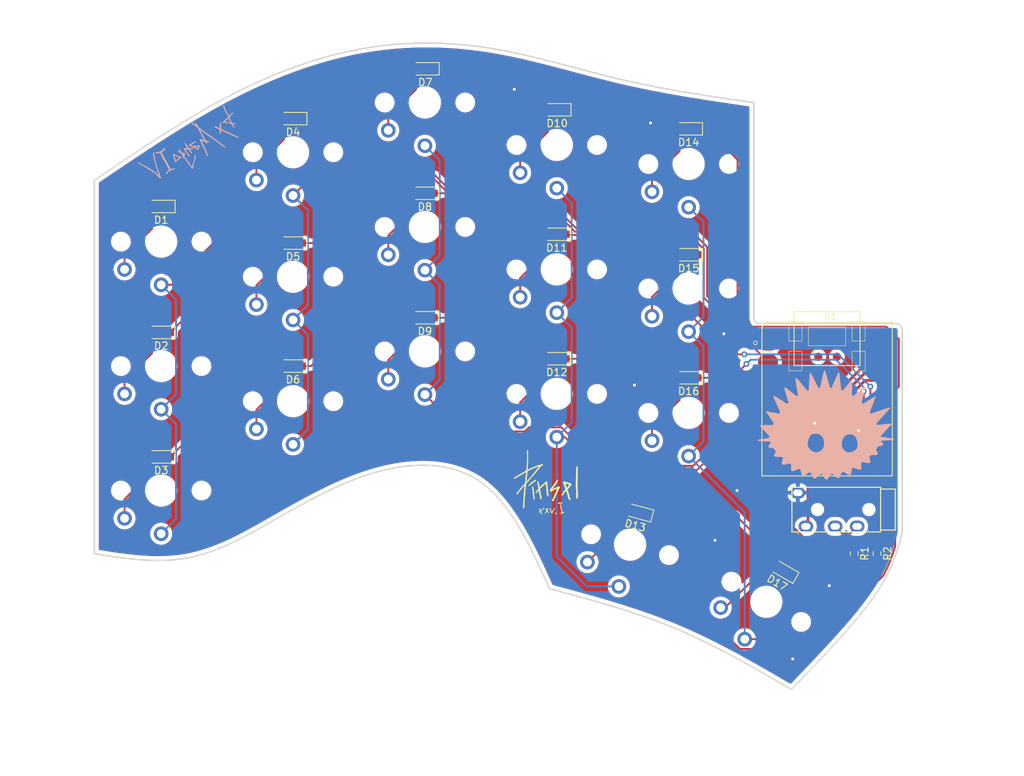
<source format=kicad_pcb>
(kicad_pcb (version 20171130) (host pcbnew 5.1.9)
  (layers (0 F.Cu signal) (31 B.Cu signal) (34 B.Paste user) (35 F.Paste user) (36 B.SilkS user) (37 F.SilkS user) (38 B.Mask user) (39 F.Mask user) (44 Edge.Cuts user))
  (net 0 "")
  (net 1 "Net-(D1-Pad2)")
  (net 2 row0)
  (net 3 "Net-(D2-Pad2)")
  (net 4 row1)
  (net 5 "Net-(D3-Pad2)")
  (net 6 row2)
  (net 7 "Net-(D4-Pad2)")
  (net 8 "Net-(D5-Pad2)")
  (net 9 "Net-(D6-Pad2)")
  (net 10 "Net-(D7-Pad2)")
  (net 11 "Net-(D8-Pad2)")
  (net 12 "Net-(D9-Pad2)")
  (net 13 "Net-(D10-Pad2)")
  (net 14 "Net-(D11-Pad2)")
  (net 15 "Net-(D12-Pad2)")
  (net 16 "Net-(D13-Pad2)")
  (net 17 row3)
  (net 18 "Net-(D14-Pad2)")
  (net 19 "Net-(D15-Pad2)")
  (net 20 "Net-(D16-Pad2)")
  (net 21 "Net-(D17-Pad2)")
  (net 22 sda)
  (net 23 scl)
  (net 24 +5V)
  (net 25 GND)
  (net 26 col0)
  (net 27 col1)
  (net 28 col2)
  (net 29 col3)
  (net 30 col4)
  (net 31 +3V3)
  (net 32 "Net-(U1-Pad20)")
  (net 33 "Net-(U1-Pad19)")
  (net 34 "Net-(U1-Pad18)")
  (net 35 "Net-(U1-Pad17)")
  (net 36 "Net-(U1-Pad16)")
  (net 37 "Net-(U1-Pad15)")
  (module graphics:mangoiv (layer B.Cu) (at 102.6 56.88 300)
    (fp_text reference G*** hide)
    (fp_text value LOGO hide)
  )
  (module graphics:logo (layer F.Cu) (at 152.85 105.25 270)
    (fp_text reference G*** hide)
    (fp_text value LOGO hide)
  )
  (module graphics:corro_head (layer B.Cu) (at 186.15 92.65 180)
    (fp_text reference G*** hide)
    (fp_text value LOGO hide)
  )
  (module graphics:corro_eyes (layer B.Cu) (at 188 97.65)
    (fp_text reference G*** hide)
    (fp_text value LOGO hide)
  )
  (module "Seeeduino XIAO KICAD:Seeeduino XIAO-MOUDLE14P-2.54-21X17.8MM" (layer F.Cu) (at 177.4 99.6)
    (fp_text reference U1 (at 9.3345 -21.7805) (layer F.SilkS) (effects (font (size 0.889 0.889) (thickness 0.1016))))
    (fp_text value SeeeduinoXIAO (at 8.89 -10.795) (layer F.SilkS) (effects (font (size 0.6096 0.6096) (thickness 0.0762))))
    (pad 20 smd circle (at 10.238803 -16.264187 90) (size 1.143 1.143) (layers F.Cu F.Paste F.Mask) (net 32 "Net-(U1-Pad20)"))
    (pad 19 smd circle (at 7.698803 -16.264187 90) (size 1.143 1.143) (layers F.Cu F.Paste F.Mask) (net 33 "Net-(U1-Pad19)"))
    (pad 18 smd circle (at 10.238803 -18.804187 90) (size 1.143 1.143) (layers F.Cu F.Paste F.Mask) (net 34 "Net-(U1-Pad18)"))
    (pad 17 smd circle (at 7.698803 -18.804187 90) (size 1.143 1.143) (layers F.Cu F.Paste F.Mask) (net 35 "Net-(U1-Pad17)"))
    (pad 16 smd oval (at 10.25 -1.8 90) (size 2.032 1.016) (layers F.Cu F.Paste F.Mask) (net 36 "Net-(U1-Pad16)"))
    (pad 15 smd oval (at 7.7 -1.8 90) (size 2.032 1.016) (layers F.Cu F.Paste F.Mask) (net 37 "Net-(U1-Pad15)"))
    (pad 1 smd oval (at 0.83312 -18.11782) (size 2.74828 1.99898) (layers F.Cu F.Paste F.Mask) (net 26 col0))
    (pad 2 smd oval (at 0.83312 -15.57782) (size 2.74828 1.99898) (layers F.Cu F.Paste F.Mask) (net 27 col1))
    (pad 3 smd oval (at 0.83312 -13.03782) (size 2.74828 1.99898) (layers F.Cu F.Paste F.Mask) (net 28 col2))
    (pad 4 smd oval (at 0.83312 -10.49782) (size 2.74828 1.99898) (layers F.Cu F.Paste F.Mask) (net 29 col3))
    (pad 5 smd oval (at 0.83312 -7.95782) (size 2.74828 1.99898) (layers F.Cu F.Paste F.Mask) (net 22 sda))
    (pad 6 smd oval (at 0.83312 -5.41782) (size 2.74828 1.99898) (layers F.Cu F.Paste F.Mask) (net 23 scl))
    (pad 7 smd oval (at 0.83312 -2.87782) (size 2.74828 1.99898) (layers F.Cu F.Paste F.Mask) (net 30 col4))
    (pad 8 smd oval (at 16.99768 -2.87782) (size 2.74828 1.99898) (layers F.Cu F.Paste F.Mask) (net 17 row3))
    (pad 9 smd oval (at 16.99768 -5.41782) (size 2.74828 1.99898) (layers F.Cu F.Paste F.Mask) (net 6 row2))
    (pad 10 smd oval (at 16.99768 -7.95782) (size 2.74828 1.99898) (layers F.Cu F.Paste F.Mask) (net 4 row1))
    (pad 11 smd oval (at 16.99768 -10.49782) (size 2.74828 1.99898) (layers F.Cu F.Paste F.Mask) (net 2 row0))
    (pad 12 smd oval (at 16.99768 -13.03782) (size 2.74828 1.99898) (layers F.Cu F.Paste F.Mask) (net 31 +3V3))
    (pad 13 smd oval (at 16.99768 -15.57782) (size 2.74828 1.99898) (layers F.Cu F.Paste F.Mask) (net 25 GND))
    (pad 14 smd oval (at 16.99768 -18.11782) (size 2.74828 1.99898) (layers F.Cu F.Paste F.Mask) (net 24 +5V))
  )
  (module Resistor_SMD:R_0603_1608Metric_Pad0.98x0.95mm_HandSolder (layer F.Cu) (at 193.12 110.2 270)
    (fp_text reference R2 (at 0 -1.43 90) (layer F.SilkS))
    (fp_text value 4.7k)
    (pad 2 smd roundrect (at 0.9125 0 270) (size 0.975 0.95) (layers F.Cu F.Paste F.Mask) (net 23 scl))
    (pad 1 smd roundrect (at -0.9125 0 270) (size 0.975 0.95) (layers F.Cu F.Paste F.Mask) (net 31 +3V3))
  )
  (module Resistor_SMD:R_0603_1608Metric_Pad0.98x0.95mm_HandSolder (layer F.Cu) (at 190 110.2 270)
    (fp_text reference R1 (at 0 -1.43 90) (layer F.SilkS))
    (fp_text value 4.7k)
    (pad 2 smd roundrect (at 0.9125 0 270) (size 0.975 0.95) (layers F.Cu F.Paste F.Mask) (net 22 sda))
    (pad 1 smd roundrect (at -0.9125 0 270) (size 0.975 0.95) (layers F.Cu F.Paste F.Mask) (net 31 +3V3))
  )
  (module mbk:Choc-1u-solder (layer F.Cu) (at 178 116.8 330)
    (fp_text reference MX17)
    (fp_text value MX-NoLED hide)
    (pad 1 thru_hole circle (at 0 5.9 150) (size 2 2) (drill 1.2) (layers *.Cu *.Mask) (net 30 col4))
    (pad 2 thru_hole circle (at -5 3.8 11.9) (size 2 2) (drill 1.2) (layers *.Cu *.Mask) (net 21 "Net-(D17-Pad2)"))
    (pad "" np_thru_hole circle (at -5.5 0 150) (size 1.7 1.7) (drill 1.7) (layers *.Cu *.Mask))
    (pad "" np_thru_hole circle (at 5.5 0 150) (size 1.7 1.7) (drill 1.7) (layers *.Cu *.Mask))
    (pad "" np_thru_hole circle (at 0 0 60) (size 3.4 3.4) (drill 3.4) (layers *.Cu *.Mask))
  )
  (module mbk:Choc-1u-solder (layer F.Cu) (at 167.4 91)
    (fp_text reference MX16)
    (fp_text value MX-NoLED hide)
    (pad 1 thru_hole circle (at 0 5.9 180) (size 2 2) (drill 1.2) (layers *.Cu *.Mask) (net 30 col4))
    (pad 2 thru_hole circle (at -5 3.8 41.9) (size 2 2) (drill 1.2) (layers *.Cu *.Mask) (net 20 "Net-(D16-Pad2)"))
    (pad "" np_thru_hole circle (at -5.5 0 180) (size 1.7 1.7) (drill 1.7) (layers *.Cu *.Mask))
    (pad "" np_thru_hole circle (at 5.5 0 180) (size 1.7 1.7) (drill 1.7) (layers *.Cu *.Mask))
    (pad "" np_thru_hole circle (at 0 0 90) (size 3.4 3.4) (drill 3.4) (layers *.Cu *.Mask))
  )
  (module mbk:Choc-1u-solder (layer F.Cu) (at 167.4 74)
    (fp_text reference MX15)
    (fp_text value MX-NoLED hide)
    (pad 1 thru_hole circle (at 0 5.9 180) (size 2 2) (drill 1.2) (layers *.Cu *.Mask) (net 30 col4))
    (pad 2 thru_hole circle (at -5 3.8 41.9) (size 2 2) (drill 1.2) (layers *.Cu *.Mask) (net 19 "Net-(D15-Pad2)"))
    (pad "" np_thru_hole circle (at -5.5 0 180) (size 1.7 1.7) (drill 1.7) (layers *.Cu *.Mask))
    (pad "" np_thru_hole circle (at 5.5 0 180) (size 1.7 1.7) (drill 1.7) (layers *.Cu *.Mask))
    (pad "" np_thru_hole circle (at 0 0 90) (size 3.4 3.4) (drill 3.4) (layers *.Cu *.Mask))
  )
  (module mbk:Choc-1u-solder (layer F.Cu) (at 167.4 57)
    (fp_text reference MX14)
    (fp_text value MX-NoLED hide)
    (pad 1 thru_hole circle (at 0 5.9 180) (size 2 2) (drill 1.2) (layers *.Cu *.Mask) (net 30 col4))
    (pad 2 thru_hole circle (at -5 3.8 41.9) (size 2 2) (drill 1.2) (layers *.Cu *.Mask) (net 18 "Net-(D14-Pad2)"))
    (pad "" np_thru_hole circle (at -5.5 0 180) (size 1.7 1.7) (drill 1.7) (layers *.Cu *.Mask))
    (pad "" np_thru_hole circle (at 5.5 0 180) (size 1.7 1.7) (drill 1.7) (layers *.Cu *.Mask))
    (pad "" np_thru_hole circle (at 0 0 90) (size 3.4 3.4) (drill 3.4) (layers *.Cu *.Mask))
  )
  (module mbk:Choc-1u-solder (layer F.Cu) (at 159.4 109 345)
    (fp_text reference MX13)
    (fp_text value MX-NoLED hide)
    (pad 1 thru_hole circle (at 0 5.9 165) (size 2 2) (drill 1.2) (layers *.Cu *.Mask) (net 29 col3))
    (pad 2 thru_hole circle (at -5 3.8 26.9) (size 2 2) (drill 1.2) (layers *.Cu *.Mask) (net 16 "Net-(D13-Pad2)"))
    (pad "" np_thru_hole circle (at -5.5 0 165) (size 1.7 1.7) (drill 1.7) (layers *.Cu *.Mask))
    (pad "" np_thru_hole circle (at 5.5 0 165) (size 1.7 1.7) (drill 1.7) (layers *.Cu *.Mask))
    (pad "" np_thru_hole circle (at 0 0 75) (size 3.4 3.4) (drill 3.4) (layers *.Cu *.Mask))
  )
  (module mbk:Choc-1u-solder (layer F.Cu) (at 149.4 88.4)
    (fp_text reference MX12)
    (fp_text value MX-NoLED hide)
    (pad 1 thru_hole circle (at 0 5.9 180) (size 2 2) (drill 1.2) (layers *.Cu *.Mask) (net 29 col3))
    (pad 2 thru_hole circle (at -5 3.8 41.9) (size 2 2) (drill 1.2) (layers *.Cu *.Mask) (net 15 "Net-(D12-Pad2)"))
    (pad "" np_thru_hole circle (at -5.5 0 180) (size 1.7 1.7) (drill 1.7) (layers *.Cu *.Mask))
    (pad "" np_thru_hole circle (at 5.5 0 180) (size 1.7 1.7) (drill 1.7) (layers *.Cu *.Mask))
    (pad "" np_thru_hole circle (at 0 0 90) (size 3.4 3.4) (drill 3.4) (layers *.Cu *.Mask))
  )
  (module mbk:Choc-1u-solder (layer F.Cu) (at 149.4 71.4)
    (fp_text reference MX11)
    (fp_text value MX-NoLED hide)
    (pad 1 thru_hole circle (at 0 5.9 180) (size 2 2) (drill 1.2) (layers *.Cu *.Mask) (net 29 col3))
    (pad 2 thru_hole circle (at -5 3.8 41.9) (size 2 2) (drill 1.2) (layers *.Cu *.Mask) (net 14 "Net-(D11-Pad2)"))
    (pad "" np_thru_hole circle (at -5.5 0 180) (size 1.7 1.7) (drill 1.7) (layers *.Cu *.Mask))
    (pad "" np_thru_hole circle (at 5.5 0 180) (size 1.7 1.7) (drill 1.7) (layers *.Cu *.Mask))
    (pad "" np_thru_hole circle (at 0 0 90) (size 3.4 3.4) (drill 3.4) (layers *.Cu *.Mask))
  )
  (module mbk:Choc-1u-solder (layer F.Cu) (at 149.4 54.4)
    (fp_text reference MX10)
    (fp_text value MX-NoLED hide)
    (pad 1 thru_hole circle (at 0 5.9 180) (size 2 2) (drill 1.2) (layers *.Cu *.Mask) (net 29 col3))
    (pad 2 thru_hole circle (at -5 3.8 41.9) (size 2 2) (drill 1.2) (layers *.Cu *.Mask) (net 13 "Net-(D10-Pad2)"))
    (pad "" np_thru_hole circle (at -5.5 0 180) (size 1.7 1.7) (drill 1.7) (layers *.Cu *.Mask))
    (pad "" np_thru_hole circle (at 5.5 0 180) (size 1.7 1.7) (drill 1.7) (layers *.Cu *.Mask))
    (pad "" np_thru_hole circle (at 0 0 90) (size 3.4 3.4) (drill 3.4) (layers *.Cu *.Mask))
  )
  (module mbk:Choc-1u-solder (layer F.Cu) (at 131.4 82.6)
    (fp_text reference MX9)
    (fp_text value MX-NoLED hide)
    (pad 1 thru_hole circle (at 0 5.9 180) (size 2 2) (drill 1.2) (layers *.Cu *.Mask) (net 28 col2))
    (pad 2 thru_hole circle (at -5 3.8 41.9) (size 2 2) (drill 1.2) (layers *.Cu *.Mask) (net 12 "Net-(D9-Pad2)"))
    (pad "" np_thru_hole circle (at -5.5 0 180) (size 1.7 1.7) (drill 1.7) (layers *.Cu *.Mask))
    (pad "" np_thru_hole circle (at 5.5 0 180) (size 1.7 1.7) (drill 1.7) (layers *.Cu *.Mask))
    (pad "" np_thru_hole circle (at 0 0 90) (size 3.4 3.4) (drill 3.4) (layers *.Cu *.Mask))
  )
  (module mbk:Choc-1u-solder (layer F.Cu) (at 131.4 65.6)
    (fp_text reference MX8)
    (fp_text value MX-NoLED hide)
    (pad 1 thru_hole circle (at 0 5.9 180) (size 2 2) (drill 1.2) (layers *.Cu *.Mask) (net 28 col2))
    (pad 2 thru_hole circle (at -5 3.8 41.9) (size 2 2) (drill 1.2) (layers *.Cu *.Mask) (net 11 "Net-(D8-Pad2)"))
    (pad "" np_thru_hole circle (at -5.5 0 180) (size 1.7 1.7) (drill 1.7) (layers *.Cu *.Mask))
    (pad "" np_thru_hole circle (at 5.5 0 180) (size 1.7 1.7) (drill 1.7) (layers *.Cu *.Mask))
    (pad "" np_thru_hole circle (at 0 0 90) (size 3.4 3.4) (drill 3.4) (layers *.Cu *.Mask))
  )
  (module mbk:Choc-1u-solder (layer F.Cu) (at 131.4 48.6)
    (fp_text reference MX7)
    (fp_text value MX-NoLED hide)
    (pad 1 thru_hole circle (at 0 5.9 180) (size 2 2) (drill 1.2) (layers *.Cu *.Mask) (net 28 col2))
    (pad 2 thru_hole circle (at -5 3.8 41.9) (size 2 2) (drill 1.2) (layers *.Cu *.Mask) (net 10 "Net-(D7-Pad2)"))
    (pad "" np_thru_hole circle (at -5.5 0 180) (size 1.7 1.7) (drill 1.7) (layers *.Cu *.Mask))
    (pad "" np_thru_hole circle (at 5.5 0 180) (size 1.7 1.7) (drill 1.7) (layers *.Cu *.Mask))
    (pad "" np_thru_hole circle (at 0 0 90) (size 3.4 3.4) (drill 3.4) (layers *.Cu *.Mask))
  )
  (module mbk:Choc-1u-solder (layer F.Cu) (at 113.4 89.4)
    (fp_text reference MX6)
    (fp_text value MX-NoLED hide)
    (pad 1 thru_hole circle (at 0 5.9 180) (size 2 2) (drill 1.2) (layers *.Cu *.Mask) (net 27 col1))
    (pad 2 thru_hole circle (at -5 3.8 41.9) (size 2 2) (drill 1.2) (layers *.Cu *.Mask) (net 9 "Net-(D6-Pad2)"))
    (pad "" np_thru_hole circle (at -5.5 0 180) (size 1.7 1.7) (drill 1.7) (layers *.Cu *.Mask))
    (pad "" np_thru_hole circle (at 5.5 0 180) (size 1.7 1.7) (drill 1.7) (layers *.Cu *.Mask))
    (pad "" np_thru_hole circle (at 0 0 90) (size 3.4 3.4) (drill 3.4) (layers *.Cu *.Mask))
  )
  (module mbk:Choc-1u-solder (layer F.Cu) (at 113.4 72.4)
    (fp_text reference MX5)
    (fp_text value MX-NoLED hide)
    (pad 1 thru_hole circle (at 0 5.9 180) (size 2 2) (drill 1.2) (layers *.Cu *.Mask) (net 27 col1))
    (pad 2 thru_hole circle (at -5 3.8 41.9) (size 2 2) (drill 1.2) (layers *.Cu *.Mask) (net 8 "Net-(D5-Pad2)"))
    (pad "" np_thru_hole circle (at -5.5 0 180) (size 1.7 1.7) (drill 1.7) (layers *.Cu *.Mask))
    (pad "" np_thru_hole circle (at 5.5 0 180) (size 1.7 1.7) (drill 1.7) (layers *.Cu *.Mask))
    (pad "" np_thru_hole circle (at 0 0 90) (size 3.4 3.4) (drill 3.4) (layers *.Cu *.Mask))
  )
  (module mbk:Choc-1u-solder (layer F.Cu) (at 113.4 55.4)
    (fp_text reference MX4)
    (fp_text value MX-NoLED hide)
    (pad 1 thru_hole circle (at 0 5.9 180) (size 2 2) (drill 1.2) (layers *.Cu *.Mask) (net 27 col1))
    (pad 2 thru_hole circle (at -5 3.8 41.9) (size 2 2) (drill 1.2) (layers *.Cu *.Mask) (net 7 "Net-(D4-Pad2)"))
    (pad "" np_thru_hole circle (at -5.5 0 180) (size 1.7 1.7) (drill 1.7) (layers *.Cu *.Mask))
    (pad "" np_thru_hole circle (at 5.5 0 180) (size 1.7 1.7) (drill 1.7) (layers *.Cu *.Mask))
    (pad "" np_thru_hole circle (at 0 0 90) (size 3.4 3.4) (drill 3.4) (layers *.Cu *.Mask))
  )
  (module mbk:Choc-1u-solder (layer F.Cu) (at 95.4 101.6)
    (fp_text reference MX3)
    (fp_text value MX-NoLED hide)
    (pad 1 thru_hole circle (at 0 5.9 180) (size 2 2) (drill 1.2) (layers *.Cu *.Mask) (net 26 col0))
    (pad 2 thru_hole circle (at -5 3.8 41.9) (size 2 2) (drill 1.2) (layers *.Cu *.Mask) (net 5 "Net-(D3-Pad2)"))
    (pad "" np_thru_hole circle (at -5.5 0 180) (size 1.7 1.7) (drill 1.7) (layers *.Cu *.Mask))
    (pad "" np_thru_hole circle (at 5.5 0 180) (size 1.7 1.7) (drill 1.7) (layers *.Cu *.Mask))
    (pad "" np_thru_hole circle (at 0 0 90) (size 3.4 3.4) (drill 3.4) (layers *.Cu *.Mask))
  )
  (module mbk:Choc-1u-solder (layer F.Cu) (at 95.4 84.6)
    (fp_text reference MX2)
    (fp_text value MX-NoLED hide)
    (pad 1 thru_hole circle (at 0 5.9 180) (size 2 2) (drill 1.2) (layers *.Cu *.Mask) (net 26 col0))
    (pad 2 thru_hole circle (at -5 3.8 41.9) (size 2 2) (drill 1.2) (layers *.Cu *.Mask) (net 3 "Net-(D2-Pad2)"))
    (pad "" np_thru_hole circle (at -5.5 0 180) (size 1.7 1.7) (drill 1.7) (layers *.Cu *.Mask))
    (pad "" np_thru_hole circle (at 5.5 0 180) (size 1.7 1.7) (drill 1.7) (layers *.Cu *.Mask))
    (pad "" np_thru_hole circle (at 0 0 90) (size 3.4 3.4) (drill 3.4) (layers *.Cu *.Mask))
  )
  (module mbk:Choc-1u-solder (layer F.Cu) (at 95.4 67.6)
    (fp_text reference MX1)
    (fp_text value MX-NoLED hide)
    (pad 1 thru_hole circle (at 0 5.9 180) (size 2 2) (drill 1.2) (layers *.Cu *.Mask) (net 26 col0))
    (pad 2 thru_hole circle (at -5 3.8 41.9) (size 2 2) (drill 1.2) (layers *.Cu *.Mask) (net 1 "Net-(D1-Pad2)"))
    (pad "" np_thru_hole circle (at -5.5 0 180) (size 1.7 1.7) (drill 1.7) (layers *.Cu *.Mask))
    (pad "" np_thru_hole circle (at 5.5 0 180) (size 1.7 1.7) (drill 1.7) (layers *.Cu *.Mask))
    (pad "" np_thru_hole circle (at 0 0 90) (size 3.4 3.4) (drill 3.4) (layers *.Cu *.Mask))
  )
  (module Keebio-Parts:TRRS-PJ-320A (layer F.Cu) (at 193.6 104.2 270)
    (fp_text reference J1)
    (fp_text value Conn_01x04)
    (pad 3 thru_hole oval (at 2.3 6.2 270) (size 1.6 2) (drill oval 0.9 1.3) (layers *.Cu *.Mask) (net 22 sda))
    (pad "" np_thru_hole circle (at 0 1.6 270) (size 0.8 0.8) (drill 0.8) (layers *.Cu *.Mask))
    (pad "" np_thru_hole circle (at 0 8.6 270) (size 0.8 0.8) (drill 0.8) (layers *.Cu *.Mask))
    (pad 4 thru_hole oval (at 2.3 3.2 270) (size 1.6 2) (drill oval 0.9 1.3) (layers *.Cu *.Mask) (net 23 scl))
    (pad 2 thru_hole oval (at 2.3 10.2 270) (size 1.6 2) (drill oval 0.9 1.3) (layers *.Cu *.Mask) (net 24 +5V))
    (pad 1 thru_hole oval (at -2.3 11.3 270) (size 1.6 2) (drill oval 0.9 1.3) (layers *.Cu *.Mask) (net 25 GND))
  )
  (module Diode_SMD:D_SOD-323_HandSoldering (layer F.Cu) (at 180.4 112.6 150)
    (fp_text reference D17 (at 0 -1.85 150) (layer F.SilkS))
    (fp_text value D_Small)
    (pad 2 smd rect (at 1.25 0 150) (size 1 1) (layers F.Cu F.Paste F.Mask) (net 21 "Net-(D17-Pad2)"))
    (pad 1 smd rect (at -1.25 0 150) (size 1 1) (layers F.Cu F.Paste F.Mask) (net 17 row3))
  )
  (module Diode_SMD:D_SOD-323_HandSoldering (layer F.Cu) (at 167.4 86.2 180)
    (fp_text reference D16 (at 0 -1.85) (layer F.SilkS))
    (fp_text value D_Small)
    (pad 2 smd rect (at 1.25 0 180) (size 1 1) (layers F.Cu F.Paste F.Mask) (net 20 "Net-(D16-Pad2)"))
    (pad 1 smd rect (at -1.25 0 180) (size 1 1) (layers F.Cu F.Paste F.Mask) (net 6 row2))
  )
  (module Diode_SMD:D_SOD-323_HandSoldering (layer F.Cu) (at 167.4 69.4 180)
    (fp_text reference D15 (at 0 -1.85) (layer F.SilkS))
    (fp_text value D_Small)
    (pad 2 smd rect (at 1.25 0 180) (size 1 1) (layers F.Cu F.Paste F.Mask) (net 19 "Net-(D15-Pad2)"))
    (pad 1 smd rect (at -1.25 0 180) (size 1 1) (layers F.Cu F.Paste F.Mask) (net 4 row1))
  )
  (module Diode_SMD:D_SOD-323_HandSoldering (layer F.Cu) (at 167.4 52.2 180)
    (fp_text reference D14 (at 0 -1.85) (layer F.SilkS))
    (fp_text value D_Small)
    (pad 2 smd rect (at 1.25 0 180) (size 1 1) (layers F.Cu F.Paste F.Mask) (net 18 "Net-(D14-Pad2)"))
    (pad 1 smd rect (at -1.25 0 180) (size 1 1) (layers F.Cu F.Paste F.Mask) (net 2 row0))
  )
  (module Diode_SMD:D_SOD-323_HandSoldering (layer F.Cu) (at 160.6 104.6 165)
    (fp_text reference D13 (at 0 -1.85 165) (layer F.SilkS))
    (fp_text value D_Small)
    (pad 2 smd rect (at 1.25 0 165) (size 1 1) (layers F.Cu F.Paste F.Mask) (net 16 "Net-(D13-Pad2)"))
    (pad 1 smd rect (at -1.25 0 165) (size 1 1) (layers F.Cu F.Paste F.Mask) (net 17 row3))
  )
  (module Diode_SMD:D_SOD-323_HandSoldering (layer F.Cu) (at 149.4 83.6 180)
    (fp_text reference D12 (at 0 -1.85) (layer F.SilkS))
    (fp_text value D_Small)
    (pad 2 smd rect (at 1.25 0 180) (size 1 1) (layers F.Cu F.Paste F.Mask) (net 15 "Net-(D12-Pad2)"))
    (pad 1 smd rect (at -1.25 0 180) (size 1 1) (layers F.Cu F.Paste F.Mask) (net 6 row2))
  )
  (module Diode_SMD:D_SOD-323_HandSoldering (layer F.Cu) (at 149.4 66.6 180)
    (fp_text reference D11 (at 0 -1.85) (layer F.SilkS))
    (fp_text value D_Small)
    (pad 2 smd rect (at 1.25 0 180) (size 1 1) (layers F.Cu F.Paste F.Mask) (net 14 "Net-(D11-Pad2)"))
    (pad 1 smd rect (at -1.25 0 180) (size 1 1) (layers F.Cu F.Paste F.Mask) (net 4 row1))
  )
  (module Diode_SMD:D_SOD-323_HandSoldering (layer F.Cu) (at 149.45 49.6 180)
    (fp_text reference D10 (at 0 -1.85) (layer F.SilkS))
    (fp_text value D_Small)
    (pad 2 smd rect (at 1.25 0 180) (size 1 1) (layers F.Cu F.Paste F.Mask) (net 13 "Net-(D10-Pad2)"))
    (pad 1 smd rect (at -1.25 0 180) (size 1 1) (layers F.Cu F.Paste F.Mask) (net 2 row0))
  )
  (module Diode_SMD:D_SOD-323_HandSoldering (layer F.Cu) (at 131.4 78 180)
    (fp_text reference D9 (at 0 -1.85) (layer F.SilkS))
    (fp_text value D_Small)
    (pad 2 smd rect (at 1.25 0 180) (size 1 1) (layers F.Cu F.Paste F.Mask) (net 12 "Net-(D9-Pad2)"))
    (pad 1 smd rect (at -1.25 0 180) (size 1 1) (layers F.Cu F.Paste F.Mask) (net 6 row2))
  )
  (module Diode_SMD:D_SOD-323_HandSoldering (layer F.Cu) (at 131.4 61 180)
    (fp_text reference D8 (at 0 -1.85) (layer F.SilkS))
    (fp_text value D_Small)
    (pad 2 smd rect (at 1.25 0 180) (size 1 1) (layers F.Cu F.Paste F.Mask) (net 11 "Net-(D8-Pad2)"))
    (pad 1 smd rect (at -1.25 0 180) (size 1 1) (layers F.Cu F.Paste F.Mask) (net 4 row1))
  )
  (module Diode_SMD:D_SOD-323_HandSoldering (layer F.Cu) (at 131.45 44 180)
    (fp_text reference D7 (at 0 -1.85) (layer F.SilkS))
    (fp_text value D_Small)
    (pad 2 smd rect (at 1.25 0 180) (size 1 1) (layers F.Cu F.Paste F.Mask) (net 10 "Net-(D7-Pad2)"))
    (pad 1 smd rect (at -1.25 0 180) (size 1 1) (layers F.Cu F.Paste F.Mask) (net 2 row0))
  )
  (module Diode_SMD:D_SOD-323_HandSoldering (layer F.Cu) (at 113.4 84.6 180)
    (fp_text reference D6 (at 0 -1.85) (layer F.SilkS))
    (fp_text value D_Small)
    (pad 2 smd rect (at 1.25 0 180) (size 1 1) (layers F.Cu F.Paste F.Mask) (net 9 "Net-(D6-Pad2)"))
    (pad 1 smd rect (at -1.25 0 180) (size 1 1) (layers F.Cu F.Paste F.Mask) (net 6 row2))
  )
  (module Diode_SMD:D_SOD-323_HandSoldering (layer F.Cu) (at 113.4 67.8 180)
    (fp_text reference D5 (at 0 -1.85) (layer F.SilkS))
    (fp_text value D_Small)
    (pad 2 smd rect (at 1.25 0 180) (size 1 1) (layers F.Cu F.Paste F.Mask) (net 8 "Net-(D5-Pad2)"))
    (pad 1 smd rect (at -1.25 0 180) (size 1 1) (layers F.Cu F.Paste F.Mask) (net 4 row1))
  )
  (module Diode_SMD:D_SOD-323_HandSoldering (layer F.Cu) (at 113.4 50.8 180)
    (fp_text reference D4 (at 0 -1.85) (layer F.SilkS))
    (fp_text value D_Small)
    (pad 2 smd rect (at 1.25 0 180) (size 1 1) (layers F.Cu F.Paste F.Mask) (net 7 "Net-(D4-Pad2)"))
    (pad 1 smd rect (at -1.25 0 180) (size 1 1) (layers F.Cu F.Paste F.Mask) (net 2 row0))
  )
  (module Diode_SMD:D_SOD-323_HandSoldering (layer F.Cu) (at 95.4 97 180)
    (fp_text reference D3 (at 0 -1.85) (layer F.SilkS))
    (fp_text value D_Small)
    (pad 2 smd rect (at 1.25 0 180) (size 1 1) (layers F.Cu F.Paste F.Mask) (net 5 "Net-(D3-Pad2)"))
    (pad 1 smd rect (at -1.25 0 180) (size 1 1) (layers F.Cu F.Paste F.Mask) (net 6 row2))
  )
  (module Diode_SMD:D_SOD-323_HandSoldering (layer F.Cu) (at 95.4 80 180)
    (fp_text reference D2 (at 0 -1.85) (layer F.SilkS))
    (fp_text value D_Small)
    (pad 2 smd rect (at 1.25 0 180) (size 1 1) (layers F.Cu F.Paste F.Mask) (net 3 "Net-(D2-Pad2)"))
    (pad 1 smd rect (at -1.25 0 180) (size 1 1) (layers F.Cu F.Paste F.Mask) (net 4 row1))
  )
  (module Diode_SMD:D_SOD-323_HandSoldering (layer F.Cu) (at 95.4 62.8 180)
    (fp_text reference D1 (at 0 -1.85) (layer F.SilkS))
    (fp_text value D_Small)
    (pad 2 smd rect (at 1.25 0 180) (size 1 1) (layers F.Cu F.Paste F.Mask) (net 1 "Net-(D1-Pad2)"))
    (pad 1 smd rect (at -1.25 0 180) (size 1 1) (layers F.Cu F.Paste F.Mask) (net 2 row0))
  )
  (gr_curve (pts (xy 138.643573 100.183065) (xy 134.292124 97.352919) (xy 128.291915 97.686499) (xy 122.291856 99.886591)) (layer Edge.Cuts) (width 0.2))
  (gr_curve (pts (xy 176.455936 78.526157) (xy 176.620139 78.764985) (xy 176.948254 78.77833) (xy 177.276099 78.791668)) (layer Edge.Cuts) (width 0.2))
  (gr_curve (pts (xy 95.001301 111.154377) (xy 92.001149 111.154402) (xy 89.146712 110.687096) (xy 86.29192 110.21972)) (layer Edge.Cuts) (width 0.2))
  (gr_curve (pts (xy 122.292026 41.353097) (xy 128.292048 40.21986) (xy 134.292256 40.21986) (xy 140.292668 41.186401)) (layer Edge.Cuts) (width 0.2))
  (gr_curve (pts (xy 176.291735 77.357939) (xy 176.291735 77.822767) (xy 176.291735 78.287328) (xy 176.455936 78.526157)) (layer Edge.Cuts) (width 0.2))
  (gr_line (start 177.276102 78.791668) (end 195.170437 78.791668) (layer Edge.Cuts) (width 0.2))
  (gr_curve (pts (xy 105.719829 108.420082) (xy 101.147224 110.687024) (xy 98.001452 111.154341) (xy 95.001301 111.154377)) (layer Edge.Cuts) (width 0.2))
  (gr_curve (pts (xy 195.170437 78.791668) (xy 195.633335 78.791668) (xy 196.095973 78.791668) (xy 196.324517 79.056732)) (layer Edge.Cuts) (width 0.2))
  (gr_curve (pts (xy 192.634705 116.16411) (xy 190.117229 119.725393) (xy 185.777545 124.253675) (xy 181.437777 128.782043)) (layer Edge.Cuts) (width 0.2))
  (gr_curve (pts (xy 86.29192 59.219063) (xy 92.292307 55.152482) (xy 98.29263 51.085942) (xy 104.292636 47.91938)) (layer Edge.Cuts) (width 0.2))
  (gr_line (start 176.291737 48.619643) (end 176.291737 77.357939) (layer Edge.Cuts) (width 0.2))
  (gr_curve (pts (xy 196.324517 79.056732) (xy 196.553061 79.321796) (xy 196.547778 79.851645) (xy 196.542497 80.381241)) (layer Edge.Cuts) (width 0.2))
  (gr_curve (pts (xy 196.542497 107.414087) (xy 195.847314 110.008547) (xy 195.15218 112.602827) (xy 192.634705 116.16411)) (layer Edge.Cuts) (width 0.2))
  (gr_curve (pts (xy 104.292636 47.91938) (xy 110.292642 44.752815) (xy 116.292002 42.486333) (xy 122.292026 41.353097)) (layer Edge.Cuts) (width 0.2))
  (gr_curve (pts (xy 158.293242 45.485786) (xy 164.293194 46.88573) (xy 170.292552 47.7527) (xy 176.291735 48.619643)) (layer Edge.Cuts) (width 0.2))
  (gr_curve (pts (xy 140.292668 41.186401) (xy 146.293083 42.152943) (xy 152.293292 44.085844) (xy 158.293242 45.485786)) (layer Edge.Cuts) (width 0.2))
  (gr_line (start 86.29192 110.21972) (end 86.29192 59.219063) (layer Edge.Cuts) (width 0.2))
  (gr_curve (pts (xy 181.437777 128.782043) (xy 176.22093 125.740997) (xy 171.00377 122.699769) (xy 165.497418 120.4027)) (layer Edge.Cuts) (width 0.2))
  (gr_line (start 196.5425 80.381241) (end 196.5425 107.414087) (layer Edge.Cuts) (width 0.2))
  (gr_curve (pts (xy 122.291856 99.886591) (xy 116.291796 102.086681) (xy 110.292436 106.15314) (xy 105.719829 108.420082)) (layer Edge.Cuts) (width 0.2))
  (gr_curve (pts (xy 165.497418 120.4027) (xy 159.991064 118.105628) (xy 154.195747 116.552873) (xy 148.4 115)) (layer Edge.Cuts) (width 0.2))
  (gr_curve (pts (xy 148.4 115) (xy 145.697585 109.006766) (xy 142.995025 103.013212) (xy 138.643573 100.183065)) (layer Edge.Cuts) (width 0.2))
  (segment (start 94.15 65.852998) (end 94.15 62.8) (width 0.25) (layer F.Cu) (net 1))
  (segment (start 90.4 69.602998) (end 94.15 65.852998) (width 0.25) (layer F.Cu) (net 1))
  (segment (start 90.4 71.4) (end 90.4 69.602998) (width 0.25) (layer F.Cu) (net 1))
  (segment (start 109.475001 49.974999) (end 96.65 62.8) (width 0.25) (layer F.Cu) (net 2))
  (segment (start 113.824999 49.974999) (end 109.475001 49.974999) (width 0.25) (layer F.Cu) (net 2))
  (segment (start 114.65 50.8) (end 113.824999 49.974999) (width 0.25) (layer F.Cu) (net 2))
  (segment (start 122.275001 43.174999) (end 114.65 50.8) (width 0.25) (layer F.Cu) (net 2))
  (segment (start 131.874999 43.174999) (end 122.275001 43.174999) (width 0.25) (layer F.Cu) (net 2))
  (segment (start 132.7 44) (end 131.874999 43.174999) (width 0.25) (layer F.Cu) (net 2))
  (segment (start 145.1 44) (end 132.7 44) (width 0.25) (layer F.Cu) (net 2))
  (segment (start 150.7 49.6) (end 145.1 44) (width 0.25) (layer F.Cu) (net 2))
  (segment (start 166.05 49.6) (end 150.7 49.6) (width 0.25) (layer F.Cu) (net 2))
  (segment (start 168.65 52.2) (end 166.05 49.6) (width 0.25) (layer F.Cu) (net 2))
  (segment (start 194.379953 79.216678) (end 176.016678 79.216678) (width 0.25) (layer F.Cu) (net 2))
  (segment (start 196.09683 80.933555) (end 194.379953 79.216678) (width 0.25) (layer F.Cu) (net 2))
  (segment (start 196.09683 87.40303) (end 196.09683 80.933555) (width 0.25) (layer F.Cu) (net 2))
  (segment (start 194.39768 89.10218) (end 196.09683 87.40303) (width 0.25) (layer F.Cu) (net 2))
  (segment (start 169.839002 52.2) (end 168.65 52.2) (width 0.25) (layer F.Cu) (net 2))
  (segment (start 174.075001 56.435999) (end 169.839002 52.2) (width 0.25) (layer F.Cu) (net 2))
  (segment (start 174.075001 77.275001) (end 174.075001 56.435999) (width 0.25) (layer F.Cu) (net 2))
  (segment (start 176.016678 79.216678) (end 174.075001 77.275001) (width 0.25) (layer F.Cu) (net 2))
  (segment (start 90.4 86.602998) (end 94.15 82.852998) (width 0.25) (layer F.Cu) (net 3))
  (segment (start 94.15 82.852998) (end 94.15 80) (width 0.25) (layer F.Cu) (net 3))
  (segment (start 90.4 88.4) (end 90.4 86.602998) (width 0.25) (layer F.Cu) (net 3))
  (segment (start 113.824999 66.974999) (end 109.675001 66.974999) (width 0.25) (layer F.Cu) (net 4))
  (segment (start 109.675001 66.974999) (end 96.65 80) (width 0.25) (layer F.Cu) (net 4))
  (segment (start 114.65 67.8) (end 113.824999 66.974999) (width 0.25) (layer F.Cu) (net 4))
  (via (at 175 82.999998) (size 0.8) (drill 0.4) (layers F.Cu B.Cu) (net 4))
  (segment (start 168.65 69.55) (end 164.8 73.4) (width 0.25) (layer F.Cu) (net 4))
  (segment (start 168.65 69.4) (end 168.65 69.55) (width 0.25) (layer F.Cu) (net 4))
  (segment (start 164.8 73.4) (end 164.8 74.798501) (width 0.25) (layer F.Cu) (net 4))
  (segment (start 164.8 74.798501) (end 173.001497 82.999998) (width 0.25) (layer F.Cu) (net 4))
  (segment (start 173.001497 82.999998) (end 175 82.999998) (width 0.25) (layer F.Cu) (net 4))
  (segment (start 165.950022 66.700022) (end 168.65 69.4) (width 0.25) (layer F.Cu) (net 4))
  (segment (start 150.750022 66.700022) (end 165.950022 66.700022) (width 0.25) (layer F.Cu) (net 4))
  (segment (start 150.65 66.6) (end 150.750022 66.700022) (width 0.25) (layer F.Cu) (net 4))
  (segment (start 146 61) (end 150.65 65.65) (width 0.25) (layer F.Cu) (net 4))
  (segment (start 132.65 61) (end 146 61) (width 0.25) (layer F.Cu) (net 4))
  (segment (start 150.65 65.65) (end 150.65 66.6) (width 0.25) (layer F.Cu) (net 4))
  (via (at 192.2 87.399994) (size 0.8) (drill 0.4) (layers F.Cu B.Cu) (net 4))
  (segment (start 175 82.999998) (end 187.800004 82.999998) (width 0.25) (layer B.Cu) (net 4))
  (segment (start 187.800004 82.999998) (end 192.2 87.399994) (width 0.25) (layer B.Cu) (net 4))
  (segment (start 194.39768 91.64218) (end 192.77354 91.64218) (width 0.25) (layer F.Cu) (net 4))
  (segment (start 192.77354 91.64218) (end 192.2 91.06864) (width 0.25) (layer F.Cu) (net 4))
  (segment (start 192.2 91.06864) (end 192.2 87.399994) (width 0.25) (layer F.Cu) (net 4))
  (segment (start 115.4 67.8) (end 114.65 67.8) (width 0.25) (layer F.Cu) (net 4))
  (segment (start 127.125001 60.174999) (end 119.5 67.8) (width 0.25) (layer F.Cu) (net 4))
  (segment (start 130.910001 60.174999) (end 127.125001 60.174999) (width 0.25) (layer F.Cu) (net 4))
  (segment (start 119.5 67.8) (end 115.4 67.8) (width 0.25) (layer F.Cu) (net 4))
  (segment (start 131.735002 61) (end 130.910001 60.174999) (width 0.25) (layer F.Cu) (net 4))
  (segment (start 132.65 61) (end 131.735002 61) (width 0.25) (layer F.Cu) (net 4))
  (segment (start 94.15 99.025001) (end 94.15 97) (width 0.25) (layer F.Cu) (net 5))
  (segment (start 90.4 102.775001) (end 94.15 99.025001) (width 0.25) (layer F.Cu) (net 5))
  (segment (start 90.4 105.4) (end 90.4 102.775001) (width 0.25) (layer F.Cu) (net 5))
  (segment (start 113.824999 83.774999) (end 114.65 84.6) (width 0.25) (layer F.Cu) (net 6))
  (segment (start 109.875001 83.774999) (end 113.824999 83.774999) (width 0.25) (layer F.Cu) (net 6))
  (segment (start 96.65 97) (end 109.875001 83.774999) (width 0.25) (layer F.Cu) (net 6))
  (segment (start 131.824999 77.174999) (end 132.65 78) (width 0.25) (layer F.Cu) (net 6))
  (segment (start 115.839002 84.6) (end 123.264003 77.174999) (width 0.25) (layer F.Cu) (net 6))
  (segment (start 123.264003 77.174999) (end 131.824999 77.174999) (width 0.25) (layer F.Cu) (net 6))
  (segment (start 114.65 84.6) (end 115.839002 84.6) (width 0.25) (layer F.Cu) (net 6))
  (segment (start 145.05 78) (end 150.65 83.6) (width 0.25) (layer F.Cu) (net 6))
  (segment (start 132.65 78) (end 145.05 78) (width 0.25) (layer F.Cu) (net 6))
  (segment (start 166.05 83.6) (end 168.65 86.2) (width 0.25) (layer F.Cu) (net 6))
  (segment (start 150.65 83.6) (end 166.05 83.6) (width 0.25) (layer F.Cu) (net 6))
  (via (at 175.287348 84.312652) (size 0.8) (drill 0.4) (layers F.Cu B.Cu) (net 6))
  (segment (start 173.4 86.2) (end 168.65 86.2) (width 0.25) (layer F.Cu) (net 6))
  (segment (start 175.287348 84.312652) (end 173.4 86.2) (width 0.25) (layer F.Cu) (net 6))
  (segment (start 192.77354 94.18218) (end 191.305562 92.714202) (width 0.25) (layer F.Cu) (net 6))
  (segment (start 194.39768 94.18218) (end 192.77354 94.18218) (width 0.25) (layer F.Cu) (net 6))
  (segment (start 191.305562 92.714202) (end 191.305562 88.047219) (width 0.25) (layer F.Cu) (net 6))
  (via (at 191.305562 88.047219) (size 0.8) (drill 0.4) (layers F.Cu B.Cu) (net 6))
  (segment (start 191.305562 87.515562) (end 191.305562 88.047219) (width 0.25) (layer B.Cu) (net 6))
  (segment (start 187.52 83.73) (end 191.305562 87.515562) (width 0.25) (layer B.Cu) (net 6))
  (segment (start 175.87 83.73) (end 187.52 83.73) (width 0.25) (layer B.Cu) (net 6))
  (segment (start 175.287348 84.312652) (end 175.87 83.73) (width 0.25) (layer B.Cu) (net 6))
  (segment (start 112.15 53.652998) (end 112.15 50.8) (width 0.25) (layer F.Cu) (net 7))
  (segment (start 108.4 57.402998) (end 112.15 53.652998) (width 0.25) (layer F.Cu) (net 7))
  (segment (start 108.4 59.2) (end 108.4 57.402998) (width 0.25) (layer F.Cu) (net 7))
  (segment (start 112.15 69.825001) (end 112.15 67.8) (width 0.25) (layer F.Cu) (net 8))
  (segment (start 108.4 73.575001) (end 112.15 69.825001) (width 0.25) (layer F.Cu) (net 8))
  (segment (start 108.4 76.2) (end 108.4 73.575001) (width 0.25) (layer F.Cu) (net 8))
  (segment (start 108.4 90.575001) (end 112.15 86.825001) (width 0.25) (layer F.Cu) (net 9))
  (segment (start 112.15 86.825001) (end 112.15 84.6) (width 0.25) (layer F.Cu) (net 9))
  (segment (start 108.4 93.2) (end 108.4 90.575001) (width 0.25) (layer F.Cu) (net 9))
  (segment (start 130.2 46.802998) (end 130.2 44) (width 0.25) (layer F.Cu) (net 10))
  (segment (start 126.4 50.602998) (end 130.2 46.802998) (width 0.25) (layer F.Cu) (net 10))
  (segment (start 126.4 52.4) (end 126.4 50.602998) (width 0.25) (layer F.Cu) (net 10))
  (segment (start 130.15 63.025001) (end 130.15 61) (width 0.25) (layer F.Cu) (net 11))
  (segment (start 126.4 66.775001) (end 130.15 63.025001) (width 0.25) (layer F.Cu) (net 11))
  (segment (start 126.4 69.4) (end 126.4 66.775001) (width 0.25) (layer F.Cu) (net 11))
  (segment (start 130.15 80.025001) (end 130.15 78) (width 0.25) (layer F.Cu) (net 12))
  (segment (start 126.4 83.775001) (end 130.15 80.025001) (width 0.25) (layer F.Cu) (net 12))
  (segment (start 126.4 86.4) (end 126.4 83.775001) (width 0.25) (layer F.Cu) (net 12))
  (segment (start 148.2 52.602998) (end 148.2 49.6) (width 0.25) (layer F.Cu) (net 13))
  (segment (start 144.4 56.402998) (end 148.2 52.602998) (width 0.25) (layer F.Cu) (net 13))
  (segment (start 144.4 58.2) (end 144.4 56.402998) (width 0.25) (layer F.Cu) (net 13))
  (segment (start 148.15 68.825001) (end 148.15 66.6) (width 0.25) (layer F.Cu) (net 14))
  (segment (start 144.4 72.575001) (end 148.15 68.825001) (width 0.25) (layer F.Cu) (net 14))
  (segment (start 144.4 75.2) (end 144.4 72.575001) (width 0.25) (layer F.Cu) (net 14))
  (segment (start 144.4 92.2) (end 144.4 89.575001) (width 0.25) (layer F.Cu) (net 15))
  (segment (start 144.4 89.575001) (end 148.15 85.825001) (width 0.25) (layer F.Cu) (net 15))
  (segment (start 148.15 85.825001) (end 148.15 83.6) (width 0.25) (layer F.Cu) (net 15))
  (segment (start 159.392593 105.570688) (end 159.392593 104.276476) (width 0.25) (layer F.Cu) (net 16))
  (segment (start 153.586858 111.376423) (end 159.392593 105.570688) (width 0.25) (layer F.Cu) (net 16))
  (segment (start 173.758406 104.923524) (end 161.807407 104.923524) (width 0.25) (layer F.Cu) (net 17))
  (segment (start 181.482532 112.64765) (end 173.758406 104.923524) (width 0.25) (layer F.Cu) (net 17))
  (segment (start 181.482532 113.225) (end 181.482532 112.64765) (width 0.25) (layer F.Cu) (net 17))
  (segment (start 161.807407 110.627959) (end 161.807407 104.923524) (width 0.25) (layer F.Cu) (net 17))
  (segment (start 174.413999 123.234551) (end 161.807407 110.627959) (width 0.25) (layer F.Cu) (net 17))
  (segment (start 193.944206 113.255796) (end 183.965449 123.234551) (width 0.25) (layer F.Cu) (net 17))
  (segment (start 194.137941 112.886089) (end 193.991245 113.168454) (width 0.25) (layer F.Cu) (net 17))
  (segment (start 194.410042 112.332706) (end 194.277443 112.60754) (width 0.25) (layer F.Cu) (net 17))
  (segment (start 193.991245 113.168454) (end 193.944206 113.255796) (width 0.25) (layer F.Cu) (net 17))
  (segment (start 194.536036 112.06148) (end 194.410042 112.332706) (width 0.25) (layer F.Cu) (net 17))
  (segment (start 194.655855 111.793471) (end 194.536036 112.06148) (width 0.25) (layer F.Cu) (net 17))
  (segment (start 183.965449 123.234551) (end 174.413999 123.234551) (width 0.25) (layer F.Cu) (net 17))
  (segment (start 194.39768 96.72218) (end 195.6 97.9245) (width 0.25) (layer F.Cu) (net 17))
  (segment (start 194.277443 112.60754) (end 194.137941 112.886089) (width 0.25) (layer F.Cu) (net 17))
  (segment (start 195.6 97.9245) (end 195.6 109.204817) (width 0.25) (layer F.Cu) (net 17))
  (segment (start 195.263 110.243889) (end 195.173422 110.496228) (width 0.25) (layer F.Cu) (net 17))
  (segment (start 195.6 109.204817) (end 195.586116 109.25103) (width 0.25) (layer F.Cu) (net 17))
  (segment (start 195.586116 109.25103) (end 195.509994 109.497045) (width 0.25) (layer F.Cu) (net 17))
  (segment (start 195.509994 109.497045) (end 195.430922 109.744602) (width 0.25) (layer F.Cu) (net 17))
  (segment (start 195.430922 109.744602) (end 195.348751 109.993329) (width 0.25) (layer F.Cu) (net 17))
  (segment (start 195.348751 109.993329) (end 195.263 110.243889) (width 0.25) (layer F.Cu) (net 17))
  (segment (start 195.173422 110.496228) (end 195.07963 110.750713) (width 0.25) (layer F.Cu) (net 17))
  (segment (start 195.07963 110.750713) (end 194.981333 111.007419) (width 0.25) (layer F.Cu) (net 17))
  (segment (start 194.981333 111.007419) (end 194.878131 111.266726) (width 0.25) (layer F.Cu) (net 17))
  (segment (start 194.878131 111.266726) (end 194.769752 111.528671) (width 0.25) (layer F.Cu) (net 17))
  (segment (start 194.769752 111.528671) (end 194.655855 111.793471) (width 0.25) (layer F.Cu) (net 17))
  (segment (start 166.15 55.252998) (end 166.15 52.2) (width 0.25) (layer F.Cu) (net 18))
  (segment (start 162.4 59.002998) (end 166.15 55.252998) (width 0.25) (layer F.Cu) (net 18))
  (segment (start 162.4 60.8) (end 162.4 59.002998) (width 0.25) (layer F.Cu) (net 18))
  (segment (start 162.4 77.8) (end 162.4 75.16359) (width 0.25) (layer F.Cu) (net 19))
  (segment (start 162.4 75.16359) (end 166.15 71.41359) (width 0.25) (layer F.Cu) (net 19))
  (segment (start 166.15 71.41359) (end 166.15 69.4) (width 0.25) (layer F.Cu) (net 19))
  (segment (start 166.15 89.252998) (end 166.15 86.2) (width 0.25) (layer F.Cu) (net 20))
  (segment (start 162.4 93.002998) (end 166.15 89.252998) (width 0.25) (layer F.Cu) (net 20))
  (segment (start 162.4 94.8) (end 162.4 93.002998) (width 0.25) (layer F.Cu) (net 20))
  (segment (start 177.985 111.975) (end 179.317468 111.975) (width 0.25) (layer F.Cu) (net 21))
  (segment (start 172.369103 117.590897) (end 177.985 111.975) (width 0.25) (layer F.Cu) (net 21))
  (segment (start 171.769873 117.590897) (end 172.369103 117.590897) (width 0.25) (layer F.Cu) (net 21))
  (segment (start 190 111.1125) (end 186.221496 111.1125) (width 0.25) (layer F.Cu) (net 22))
  (segment (start 188.57 107.67) (end 187.4 106.5) (width 0.25) (layer F.Cu) (net 22))
  (segment (start 188.57 111.1125) (end 188.57 107.67) (width 0.25) (layer F.Cu) (net 22))
  (segment (start 186.221496 111.1125) (end 188.57 111.1125) (width 0.25) (layer F.Cu) (net 22))
  (segment (start 180.8 105.691004) (end 180.8 94.20906) (width 0.25) (layer F.Cu) (net 22))
  (segment (start 186.221496 111.1125) (end 180.8 105.691004) (width 0.25) (layer F.Cu) (net 22))
  (segment (start 180.8 94.20906) (end 178.23312 91.64218) (width 0.25) (layer F.Cu) (net 22))
  (segment (start 189.19999 109.7705) (end 189.19999 107.70001) (width 0.25) (layer F.Cu) (net 23))
  (segment (start 189.19999 107.70001) (end 190.4 106.5) (width 0.25) (layer F.Cu) (net 23))
  (segment (start 189.72948 110.29999) (end 189.19999 109.7705) (width 0.25) (layer F.Cu) (net 23))
  (segment (start 192.30749 110.29999) (end 189.72948 110.29999) (width 0.25) (layer F.Cu) (net 23))
  (segment (start 193.12 111.1125) (end 192.30749 110.29999) (width 0.25) (layer F.Cu) (net 23))
  (segment (start 179.93227 105.459684) (end 186.397596 111.92501) (width 0.25) (layer F.Cu) (net 23))
  (segment (start 192.30749 111.92501) (end 193.12 111.1125) (width 0.25) (layer F.Cu) (net 23))
  (segment (start 186.397596 111.92501) (end 192.30749 111.92501) (width 0.25) (layer F.Cu) (net 23))
  (segment (start 178.23312 94.18218) (end 179.93227 95.88133) (width 0.25) (layer F.Cu) (net 23))
  (segment (start 179.93227 95.88133) (end 179.93227 105.459684) (width 0.25) (layer F.Cu) (net 23))
  (segment (start 183.69051 92.18935) (end 183.69051 106.20949) (width 0.381) (layer F.Cu) (net 24))
  (segment (start 183.69051 106.20949) (end 183.4 106.5) (width 0.381) (layer F.Cu) (net 24))
  (segment (start 194.39768 81.48218) (end 183.69051 92.18935) (width 0.381) (layer F.Cu) (net 24))
  (via (at 184.6 92.4) (size 0.8) (drill 0.4) (layers F.Cu B.Cu) (net 25))
  (segment (start 192.975616 84.02218) (end 184.539403 92.458393) (width 0.381) (layer F.Cu) (net 25))
  (segment (start 194.39768 84.02218) (end 192.975616 84.02218) (width 0.381) (layer F.Cu) (net 25))
  (segment (start 182.3 94.697796) (end 182.3 101.9) (width 0.381) (layer B.Cu) (net 25))
  (segment (start 184.539403 92.458393) (end 182.3 94.697796) (width 0.381) (layer B.Cu) (net 25))
  (via (at 174 101.6) (size 0.8) (drill 0.4) (layers F.Cu B.Cu) (net 25))
  (via (at 160 87.2) (size 0.8) (drill 0.4) (layers F.Cu B.Cu) (net 25))
  (via (at 171 108.4) (size 0.8) (drill 0.4) (layers F.Cu B.Cu) (net 25))
  (via (at 162.2 51.4) (size 0.8) (drill 0.4) (layers F.Cu B.Cu) (net 25))
  (via (at 143.6 46.8) (size 0.8) (drill 0.4) (layers F.Cu B.Cu) (net 25))
  (via (at 190.6 93.4) (size 0.8) (drill 0.4) (layers F.Cu B.Cu) (net 25))
  (via (at 181.6 124.6) (size 0.8) (drill 0.4) (layers F.Cu B.Cu) (net 25))
  (via (at 172.2 80.2) (size 0.8) (drill 0.4) (layers F.Cu B.Cu) (net 25))
  (via (at 186.6 114.6) (size 0.8) (drill 0.4) (layers F.Cu B.Cu) (net 25))
  (segment (start 97.425001 92.525001) (end 95.4 90.5) (width 0.25) (layer B.Cu) (net 26))
  (segment (start 97.425001 105.474999) (end 97.425001 92.525001) (width 0.25) (layer B.Cu) (net 26))
  (segment (start 95.4 107.5) (end 97.425001 105.474999) (width 0.25) (layer B.Cu) (net 26))
  (segment (start 97.425001 75.525001) (end 95.4 73.5) (width 0.25) (layer B.Cu) (net 26))
  (segment (start 97.425001 88.474999) (end 97.425001 75.525001) (width 0.25) (layer B.Cu) (net 26))
  (segment (start 95.4 90.5) (end 97.425001 88.474999) (width 0.25) (layer B.Cu) (net 26))
  (segment (start 178.23312 81.48218) (end 178.23312 81.43312) (width 0.25) (layer F.Cu) (net 26))
  (segment (start 96.814213 73.5) (end 95.4 73.5) (width 0.25) (layer F.Cu) (net 26))
  (segment (start 132.7864 58.549989) (end 111.764224 58.549989) (width 0.25) (layer F.Cu) (net 26))
  (segment (start 134.336388 60.099978) (end 132.7864 58.549989) (width 0.25) (layer F.Cu) (net 26))
  (segment (start 146.3728 60.099978) (end 134.336388 60.099978) (width 0.25) (layer F.Cu) (net 26))
  (segment (start 152.072822 65.8) (end 146.3728 60.099978) (width 0.25) (layer F.Cu) (net 26))
  (segment (start 167.4 65.8) (end 152.072822 65.8) (width 0.25) (layer F.Cu) (net 26))
  (segment (start 169.925012 75.077662) (end 169.925012 68.325012) (width 0.25) (layer F.Cu) (net 26))
  (segment (start 111.764224 58.549989) (end 96.814213 73.5) (width 0.25) (layer F.Cu) (net 26))
  (segment (start 169.925012 68.325012) (end 167.4 65.8) (width 0.25) (layer F.Cu) (net 26))
  (segment (start 176.32953 81.48218) (end 169.925012 75.077662) (width 0.25) (layer F.Cu) (net 26))
  (segment (start 178.23312 81.48218) (end 176.32953 81.48218) (width 0.25) (layer F.Cu) (net 26))
  (segment (start 115.425001 76.274999) (end 113.4 78.3) (width 0.25) (layer B.Cu) (net 27))
  (segment (start 115.425001 63.325001) (end 115.425001 76.274999) (width 0.25) (layer B.Cu) (net 27))
  (segment (start 113.4 61.3) (end 115.425001 63.325001) (width 0.25) (layer B.Cu) (net 27))
  (segment (start 115.425001 80.325001) (end 113.4 78.3) (width 0.25) (layer B.Cu) (net 27))
  (segment (start 115.425001 93.274999) (end 115.425001 80.325001) (width 0.25) (layer B.Cu) (net 27))
  (segment (start 113.4 95.3) (end 115.425001 93.274999) (width 0.25) (layer B.Cu) (net 27))
  (segment (start 169.475001 68.639999) (end 167.085013 66.250011) (width 0.25) (layer F.Cu) (net 27))
  (segment (start 132.6 59) (end 115.7 59) (width 0.25) (layer F.Cu) (net 27))
  (segment (start 169.475001 75.264061) (end 169.475001 68.639999) (width 0.25) (layer F.Cu) (net 27))
  (segment (start 167.085013 66.250011) (end 151.886422 66.250011) (width 0.25) (layer F.Cu) (net 27))
  (segment (start 115.7 59) (end 114.399999 60.300001) (width 0.25) (layer F.Cu) (net 27))
  (segment (start 146.1864 60.549989) (end 134.149988 60.549989) (width 0.25) (layer F.Cu) (net 27))
  (segment (start 178.23312 84.02218) (end 169.475001 75.264061) (width 0.25) (layer F.Cu) (net 27))
  (segment (start 151.886422 66.250011) (end 146.1864 60.549989) (width 0.25) (layer F.Cu) (net 27))
  (segment (start 114.399999 60.300001) (end 113.4 61.3) (width 0.25) (layer F.Cu) (net 27))
  (segment (start 134.149988 60.549989) (end 132.6 59) (width 0.25) (layer F.Cu) (net 27))
  (segment (start 133.425001 73.525001) (end 131.4 71.5) (width 0.25) (layer B.Cu) (net 28))
  (segment (start 133.425001 86.474999) (end 133.425001 73.525001) (width 0.25) (layer B.Cu) (net 28))
  (segment (start 131.4 88.5) (end 133.425001 86.474999) (width 0.25) (layer B.Cu) (net 28))
  (segment (start 133.425001 56.525001) (end 131.4 54.5) (width 0.25) (layer B.Cu) (net 28))
  (segment (start 133.425001 69.474999) (end 133.425001 56.525001) (width 0.25) (layer B.Cu) (net 28))
  (segment (start 131.4 71.5) (end 133.425001 69.474999) (width 0.25) (layer B.Cu) (net 28))
  (segment (start 136.425001 93.525001) (end 131.4 88.5) (width 0.25) (layer F.Cu) (net 28))
  (segment (start 145.586003 92.974999) (end 145.036001 93.525001) (width 0.25) (layer F.Cu) (net 28))
  (segment (start 150.036001 92.974999) (end 145.586003 92.974999) (width 0.25) (layer F.Cu) (net 28))
  (segment (start 155.286003 98.225001) (end 150.036001 92.974999) (width 0.25) (layer F.Cu) (net 28))
  (segment (start 168.036001 98.225001) (end 155.286003 98.225001) (width 0.25) (layer F.Cu) (net 28))
  (segment (start 145.036001 93.525001) (end 136.425001 93.525001) (width 0.25) (layer F.Cu) (net 28))
  (segment (start 176.53397 89.727032) (end 168.036001 98.225001) (width 0.25) (layer F.Cu) (net 28))
  (segment (start 176.53397 88.26133) (end 176.53397 89.727032) (width 0.25) (layer F.Cu) (net 28))
  (segment (start 178.23312 86.56218) (end 176.53397 88.26133) (width 0.25) (layer F.Cu) (net 28))
  (segment (start 149.4 94.3) (end 149.4 110.6) (width 0.25) (layer B.Cu) (net 29))
  (segment (start 153.498962 114.698962) (end 157.872968 114.698962) (width 0.25) (layer B.Cu) (net 29))
  (segment (start 149.4 110.6) (end 153.498962 114.698962) (width 0.25) (layer B.Cu) (net 29))
  (segment (start 151.425001 92.274999) (end 151.425001 79.325001) (width 0.25) (layer B.Cu) (net 29))
  (segment (start 151.425001 79.325001) (end 149.4 77.3) (width 0.25) (layer B.Cu) (net 29))
  (segment (start 149.4 94.3) (end 151.425001 92.274999) (width 0.25) (layer B.Cu) (net 29))
  (segment (start 151.425001 62.325001) (end 149.4 60.3) (width 0.25) (layer B.Cu) (net 29))
  (segment (start 151.425001 75.274999) (end 151.425001 62.325001) (width 0.25) (layer B.Cu) (net 29))
  (segment (start 149.4 77.3) (end 151.425001 75.274999) (width 0.25) (layer B.Cu) (net 29))
  (segment (start 150.5 94.3) (end 149.4 94.3) (width 0.25) (layer F.Cu) (net 29))
  (segment (start 155 98.8) (end 150.5 94.3) (width 0.25) (layer F.Cu) (net 29))
  (segment (start 168.5353 98.8) (end 155 98.8) (width 0.25) (layer F.Cu) (net 29))
  (segment (start 178.23312 89.10218) (end 168.5353 98.8) (width 0.25) (layer F.Cu) (net 29))
  (segment (start 169.425001 64.925001) (end 167.4 62.9) (width 0.25) (layer B.Cu) (net 30))
  (segment (start 169.425001 77.874999) (end 169.425001 64.925001) (width 0.25) (layer B.Cu) (net 30))
  (segment (start 167.4 79.9) (end 169.425001 77.874999) (width 0.25) (layer B.Cu) (net 30))
  (segment (start 169.425001 81.925001) (end 167.4 79.9) (width 0.25) (layer B.Cu) (net 30))
  (segment (start 169.425001 94.874999) (end 169.425001 81.925001) (width 0.25) (layer B.Cu) (net 30))
  (segment (start 167.4 96.9) (end 169.425001 94.874999) (width 0.25) (layer B.Cu) (net 30))
  (segment (start 175.05 104.55) (end 167.4 96.9) (width 0.25) (layer B.Cu) (net 30))
  (segment (start 175.05 121.90955) (end 175.05 104.55) (width 0.25) (layer B.Cu) (net 30))
  (segment (start 177.20045 121.90955) (end 175.05 121.90955) (width 0.25) (layer F.Cu) (net 30))
  (segment (start 184.16 114.95) (end 177.20045 121.90955) (width 0.25) (layer F.Cu) (net 30))
  (segment (start 179.24 105.53) (end 184.16 110.45) (width 0.25) (layer F.Cu) (net 30))
  (segment (start 179.24 97.72906) (end 179.24 105.53) (width 0.25) (layer F.Cu) (net 30))
  (segment (start 184.16 110.45) (end 184.16 114.95) (width 0.25) (layer F.Cu) (net 30))
  (segment (start 178.23312 96.72218) (end 179.24 97.72906) (width 0.25) (layer F.Cu) (net 30))
  (segment (start 194.39768 86.56218) (end 194.39768 86.59768) (width 0.25) (layer F.Cu) (net 31))
  (segment (start 190 109.2875) (end 193.12 109.2875) (width 0.381) (layer F.Cu) (net 31))
  (segment (start 191.49247 86.56218) (end 194.39768 86.56218) (width 0.381) (layer F.Cu) (net 31))
  (segment (start 188.6 97) (end 188.6 89.45465) (width 0.381) (layer F.Cu) (net 31))
  (segment (start 193.12 109.2875) (end 193.12 101.52) (width 0.381) (layer F.Cu) (net 31))
  (segment (start 188.6 89.45465) (end 191.49247 86.56218) (width 0.381) (layer F.Cu) (net 31))
  (segment (start 193.12 101.52) (end 188.6 97) (width 0.381) (layer F.Cu) (net 31))
  (zone (net 25) (net_name GND) (layer F.Cu) (connect_pads (clearance 0.508)) (min_thickness 0.254) (fill yes (arc_segments 32) (thermal_gap 0.508) (thermal_bridge_width 0.508))
    (polygon (pts (xy 213.2 140.6) (xy 73.4 140.6) (xy 73.4 34.6) (xy 213.2 34.6)))
  )
  (zone (net 25) (net_name GND) (layer B.Cu) (connect_pads (clearance 0.508)) (min_thickness 0.254) (fill yes (arc_segments 32) (thermal_gap 0.508) (thermal_bridge_width 0.508))
    (polygon (pts (xy 213.2 140.4) (xy 73.4 140.6) (xy 73.4 34.6) (xy 213.2 34.6)))
  )
)
</source>
